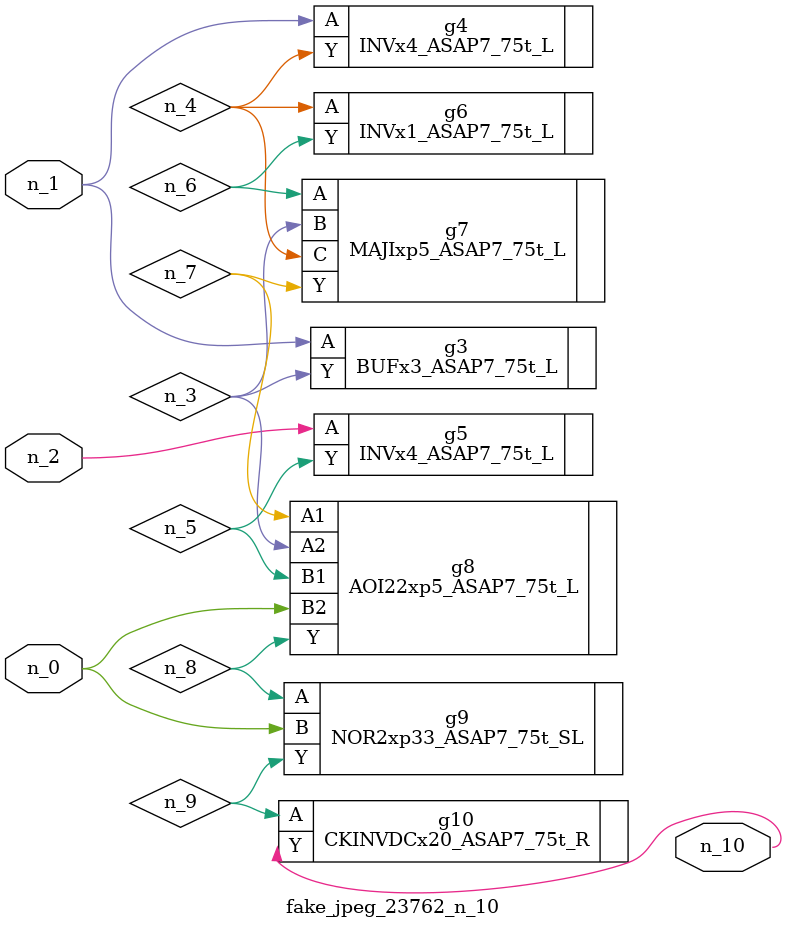
<source format=v>
module fake_jpeg_23762_n_10 (n_0, n_2, n_1, n_10);

input n_0;
input n_2;
input n_1;

output n_10;

wire n_3;
wire n_4;
wire n_8;
wire n_9;
wire n_6;
wire n_5;
wire n_7;

BUFx3_ASAP7_75t_L g3 ( 
.A(n_1),
.Y(n_3)
);

INVx4_ASAP7_75t_L g4 ( 
.A(n_1),
.Y(n_4)
);

INVx4_ASAP7_75t_L g5 ( 
.A(n_2),
.Y(n_5)
);

INVx1_ASAP7_75t_L g6 ( 
.A(n_4),
.Y(n_6)
);

MAJIxp5_ASAP7_75t_L g7 ( 
.A(n_6),
.B(n_3),
.C(n_4),
.Y(n_7)
);

AOI22xp5_ASAP7_75t_L g8 ( 
.A1(n_7),
.A2(n_3),
.B1(n_5),
.B2(n_0),
.Y(n_8)
);

NOR2xp33_ASAP7_75t_SL g9 ( 
.A(n_8),
.B(n_0),
.Y(n_9)
);

CKINVDCx20_ASAP7_75t_R g10 ( 
.A(n_9),
.Y(n_10)
);


endmodule
</source>
